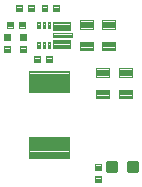
<source format=gtp>
G04 EAGLE Gerber RS-274X export*
G75*
%MOMM*%
%FSLAX34Y34*%
%LPD*%
%INSolderpaste Top*%
%IPPOS*%
%AMOC8*
5,1,8,0,0,1.08239X$1,22.5*%
G01*
%ADD10C,0.102000*%
%ADD11C,0.104000*%
%ADD12C,0.100000*%
%ADD13C,0.092500*%
%ADD14C,0.300000*%


D10*
X93823Y143460D02*
X98803Y143460D01*
X98803Y138480D01*
X93823Y138480D01*
X93823Y143460D01*
X93823Y139449D02*
X98803Y139449D01*
X98803Y140418D02*
X93823Y140418D01*
X93823Y141387D02*
X98803Y141387D01*
X98803Y142356D02*
X93823Y142356D01*
X93823Y143325D02*
X98803Y143325D01*
X88803Y143460D02*
X83823Y143460D01*
X88803Y143460D02*
X88803Y138480D01*
X83823Y138480D01*
X83823Y143460D01*
X83823Y139449D02*
X88803Y139449D01*
X88803Y140418D02*
X83823Y140418D01*
X83823Y141387D02*
X88803Y141387D01*
X88803Y142356D02*
X83823Y142356D01*
X83823Y143325D02*
X88803Y143325D01*
D11*
X122960Y143060D02*
X136920Y143060D01*
X136920Y136100D01*
X122960Y136100D01*
X122960Y143060D01*
X122960Y137088D02*
X136920Y137088D01*
X136920Y138076D02*
X122960Y138076D01*
X122960Y139064D02*
X136920Y139064D01*
X136920Y140052D02*
X122960Y140052D01*
X122960Y141040D02*
X136920Y141040D01*
X136920Y142028D02*
X122960Y142028D01*
X122960Y143016D02*
X136920Y143016D01*
X136920Y128060D02*
X122960Y128060D01*
X136920Y128060D02*
X136920Y121100D01*
X122960Y121100D01*
X122960Y128060D01*
X122960Y122088D02*
X136920Y122088D01*
X136920Y123076D02*
X122960Y123076D01*
X122960Y124064D02*
X136920Y124064D01*
X136920Y125052D02*
X122960Y125052D01*
X122960Y126040D02*
X136920Y126040D01*
X136920Y127028D02*
X122960Y127028D01*
X122960Y128016D02*
X136920Y128016D01*
D12*
X139240Y133580D02*
X122940Y133580D01*
X139240Y133580D02*
X139240Y130580D01*
X122940Y130580D01*
X122940Y133580D01*
X122940Y131530D02*
X139240Y131530D01*
X139240Y132480D02*
X122940Y132480D01*
X122940Y133430D02*
X139240Y133430D01*
D10*
X120430Y143070D02*
X118450Y143070D01*
X120430Y143070D02*
X120430Y138090D01*
X118450Y138090D01*
X118450Y143070D01*
X118450Y139059D02*
X120430Y139059D01*
X120430Y140028D02*
X118450Y140028D01*
X118450Y140997D02*
X120430Y140997D01*
X120430Y141966D02*
X118450Y141966D01*
X118450Y142935D02*
X120430Y142935D01*
X115930Y143070D02*
X113950Y143070D01*
X115930Y143070D02*
X115930Y138090D01*
X113950Y138090D01*
X113950Y143070D01*
X113950Y139059D02*
X115930Y139059D01*
X115930Y140028D02*
X113950Y140028D01*
X113950Y140997D02*
X115930Y140997D01*
X115930Y141966D02*
X113950Y141966D01*
X113950Y142935D02*
X115930Y142935D01*
X111430Y143070D02*
X109450Y143070D01*
X111430Y143070D02*
X111430Y138090D01*
X109450Y138090D01*
X109450Y143070D01*
X109450Y139059D02*
X111430Y139059D01*
X111430Y140028D02*
X109450Y140028D01*
X109450Y140997D02*
X111430Y140997D01*
X111430Y141966D02*
X109450Y141966D01*
X109450Y142935D02*
X111430Y142935D01*
X111430Y121090D02*
X109450Y121090D01*
X109450Y126070D01*
X111430Y126070D01*
X111430Y121090D01*
X111430Y122059D02*
X109450Y122059D01*
X109450Y123028D02*
X111430Y123028D01*
X111430Y123997D02*
X109450Y123997D01*
X109450Y124966D02*
X111430Y124966D01*
X111430Y125935D02*
X109450Y125935D01*
X113950Y121090D02*
X115930Y121090D01*
X113950Y121090D02*
X113950Y126070D01*
X115930Y126070D01*
X115930Y121090D01*
X115930Y122059D02*
X113950Y122059D01*
X113950Y123028D02*
X115930Y123028D01*
X115930Y123997D02*
X113950Y123997D01*
X113950Y124966D02*
X115930Y124966D01*
X115930Y125935D02*
X113950Y125935D01*
X118450Y121090D02*
X120430Y121090D01*
X118450Y121090D02*
X118450Y126070D01*
X120430Y126070D01*
X120430Y121090D01*
X120430Y122059D02*
X118450Y122059D01*
X118450Y123028D02*
X120430Y123028D01*
X120430Y123997D02*
X118450Y123997D01*
X118450Y124966D02*
X120430Y124966D01*
X120430Y125935D02*
X118450Y125935D01*
X95300Y127732D02*
X95300Y132712D01*
X100280Y132712D01*
X100280Y127732D01*
X95300Y127732D01*
X95300Y128701D02*
X100280Y128701D01*
X100280Y129670D02*
X95300Y129670D01*
X95300Y130639D02*
X100280Y130639D01*
X100280Y131608D02*
X95300Y131608D01*
X95300Y132577D02*
X100280Y132577D01*
X95300Y122712D02*
X95300Y117732D01*
X95300Y122712D02*
X100280Y122712D01*
X100280Y117732D01*
X95300Y117732D01*
X95300Y118701D02*
X100280Y118701D01*
X100280Y119670D02*
X95300Y119670D01*
X95300Y120639D02*
X100280Y120639D01*
X100280Y121608D02*
X95300Y121608D01*
X95300Y122577D02*
X100280Y122577D01*
X86310Y122712D02*
X86310Y117732D01*
X81330Y117732D01*
X81330Y122712D01*
X86310Y122712D01*
X86310Y118701D02*
X81330Y118701D01*
X81330Y119670D02*
X86310Y119670D01*
X86310Y120639D02*
X81330Y120639D01*
X81330Y121608D02*
X86310Y121608D01*
X86310Y122577D02*
X81330Y122577D01*
X86310Y127732D02*
X86310Y132712D01*
X86310Y127732D02*
X81330Y127732D01*
X81330Y132712D01*
X86310Y132712D01*
X86310Y128701D02*
X81330Y128701D01*
X81330Y129670D02*
X86310Y129670D01*
X86310Y130639D02*
X81330Y130639D01*
X81330Y131608D02*
X86310Y131608D01*
X86310Y132577D02*
X81330Y132577D01*
D13*
X102342Y101308D02*
X102342Y83732D01*
X102342Y101308D02*
X136418Y101308D01*
X136418Y83732D01*
X102342Y83732D01*
X102342Y84611D02*
X136418Y84611D01*
X136418Y85490D02*
X102342Y85490D01*
X102342Y86369D02*
X136418Y86369D01*
X136418Y87248D02*
X102342Y87248D01*
X102342Y88127D02*
X136418Y88127D01*
X136418Y89006D02*
X102342Y89006D01*
X102342Y89885D02*
X136418Y89885D01*
X136418Y90764D02*
X102342Y90764D01*
X102342Y91643D02*
X136418Y91643D01*
X136418Y92522D02*
X102342Y92522D01*
X102342Y93401D02*
X136418Y93401D01*
X136418Y94280D02*
X102342Y94280D01*
X102342Y95159D02*
X136418Y95159D01*
X136418Y96038D02*
X102342Y96038D01*
X102342Y96917D02*
X136418Y96917D01*
X136418Y97796D02*
X102342Y97796D01*
X102342Y98675D02*
X136418Y98675D01*
X136418Y99554D02*
X102342Y99554D01*
X102342Y100433D02*
X136418Y100433D01*
X102342Y45808D02*
X102342Y28232D01*
X102342Y45808D02*
X136418Y45808D01*
X136418Y28232D01*
X102342Y28232D01*
X102342Y29111D02*
X136418Y29111D01*
X136418Y29990D02*
X102342Y29990D01*
X102342Y30869D02*
X136418Y30869D01*
X136418Y31748D02*
X102342Y31748D01*
X102342Y32627D02*
X136418Y32627D01*
X136418Y33506D02*
X102342Y33506D01*
X102342Y34385D02*
X136418Y34385D01*
X136418Y35264D02*
X102342Y35264D01*
X102342Y36143D02*
X136418Y36143D01*
X136418Y37022D02*
X102342Y37022D01*
X102342Y37901D02*
X136418Y37901D01*
X136418Y38780D02*
X102342Y38780D01*
X102342Y39659D02*
X136418Y39659D01*
X136418Y40538D02*
X102342Y40538D01*
X102342Y41417D02*
X136418Y41417D01*
X136418Y42296D02*
X102342Y42296D01*
X102342Y43175D02*
X136418Y43175D01*
X136418Y44054D02*
X102342Y44054D01*
X102342Y44933D02*
X136418Y44933D01*
D10*
X111790Y109270D02*
X106810Y109270D01*
X106810Y114250D01*
X111790Y114250D01*
X111790Y109270D01*
X111790Y110239D02*
X106810Y110239D01*
X106810Y111208D02*
X111790Y111208D01*
X111790Y112177D02*
X106810Y112177D01*
X106810Y113146D02*
X111790Y113146D01*
X111790Y114115D02*
X106810Y114115D01*
X116810Y109270D02*
X121790Y109270D01*
X116810Y109270D02*
X116810Y114250D01*
X121790Y114250D01*
X121790Y109270D01*
X121790Y110239D02*
X116810Y110239D01*
X116810Y111208D02*
X121790Y111208D01*
X121790Y112177D02*
X116810Y112177D01*
X116810Y113146D02*
X121790Y113146D01*
X121790Y114115D02*
X116810Y114115D01*
X118140Y152450D02*
X113160Y152450D01*
X113160Y157430D01*
X118140Y157430D01*
X118140Y152450D01*
X118140Y153419D02*
X113160Y153419D01*
X113160Y154388D02*
X118140Y154388D01*
X118140Y155357D02*
X113160Y155357D01*
X113160Y156326D02*
X118140Y156326D01*
X118140Y157295D02*
X113160Y157295D01*
X123160Y152450D02*
X128140Y152450D01*
X123160Y152450D02*
X123160Y157430D01*
X128140Y157430D01*
X128140Y152450D01*
X128140Y153419D02*
X123160Y153419D01*
X123160Y154388D02*
X128140Y154388D01*
X128140Y155357D02*
X123160Y155357D01*
X123160Y156326D02*
X128140Y156326D01*
X128140Y157295D02*
X123160Y157295D01*
X96550Y152450D02*
X91570Y152450D01*
X91570Y157430D01*
X96550Y157430D01*
X96550Y152450D01*
X96550Y153419D02*
X91570Y153419D01*
X91570Y154388D02*
X96550Y154388D01*
X96550Y155357D02*
X91570Y155357D01*
X91570Y156326D02*
X96550Y156326D01*
X96550Y157295D02*
X91570Y157295D01*
X101570Y152450D02*
X106550Y152450D01*
X101570Y152450D02*
X101570Y157430D01*
X106550Y157430D01*
X106550Y152450D01*
X106550Y153419D02*
X101570Y153419D01*
X101570Y154388D02*
X106550Y154388D01*
X106550Y155357D02*
X101570Y155357D01*
X101570Y156326D02*
X106550Y156326D01*
X106550Y157295D02*
X101570Y157295D01*
D11*
X189630Y85920D02*
X189630Y78960D01*
X178670Y78960D01*
X178670Y85920D01*
X189630Y85920D01*
X189630Y79948D02*
X178670Y79948D01*
X178670Y80936D02*
X189630Y80936D01*
X189630Y81924D02*
X178670Y81924D01*
X178670Y82912D02*
X189630Y82912D01*
X189630Y83900D02*
X178670Y83900D01*
X178670Y84888D02*
X189630Y84888D01*
X189630Y85876D02*
X178670Y85876D01*
X189630Y96960D02*
X189630Y103920D01*
X189630Y96960D02*
X178670Y96960D01*
X178670Y103920D01*
X189630Y103920D01*
X189630Y97948D02*
X178670Y97948D01*
X178670Y98936D02*
X189630Y98936D01*
X189630Y99924D02*
X178670Y99924D01*
X178670Y100912D02*
X189630Y100912D01*
X189630Y101900D02*
X178670Y101900D01*
X178670Y102888D02*
X189630Y102888D01*
X189630Y103876D02*
X178670Y103876D01*
X170580Y85920D02*
X170580Y78960D01*
X159620Y78960D01*
X159620Y85920D01*
X170580Y85920D01*
X170580Y79948D02*
X159620Y79948D01*
X159620Y80936D02*
X170580Y80936D01*
X170580Y81924D02*
X159620Y81924D01*
X159620Y82912D02*
X170580Y82912D01*
X170580Y83900D02*
X159620Y83900D01*
X159620Y84888D02*
X170580Y84888D01*
X170580Y85876D02*
X159620Y85876D01*
X170580Y96960D02*
X170580Y103920D01*
X170580Y96960D02*
X159620Y96960D01*
X159620Y103920D01*
X170580Y103920D01*
X170580Y97948D02*
X159620Y97948D01*
X159620Y98936D02*
X170580Y98936D01*
X170580Y99924D02*
X159620Y99924D01*
X159620Y100912D02*
X170580Y100912D01*
X170580Y101900D02*
X159620Y101900D01*
X159620Y102888D02*
X170580Y102888D01*
X170580Y103876D02*
X159620Y103876D01*
X145650Y137600D02*
X145650Y144560D01*
X156610Y144560D01*
X156610Y137600D01*
X145650Y137600D01*
X145650Y138588D02*
X156610Y138588D01*
X156610Y139576D02*
X145650Y139576D01*
X145650Y140564D02*
X156610Y140564D01*
X156610Y141552D02*
X145650Y141552D01*
X145650Y142540D02*
X156610Y142540D01*
X156610Y143528D02*
X145650Y143528D01*
X145650Y144516D02*
X156610Y144516D01*
X145650Y126560D02*
X145650Y119600D01*
X145650Y126560D02*
X156610Y126560D01*
X156610Y119600D01*
X145650Y119600D01*
X145650Y120588D02*
X156610Y120588D01*
X156610Y121576D02*
X145650Y121576D01*
X145650Y122564D02*
X156610Y122564D01*
X156610Y123552D02*
X145650Y123552D01*
X145650Y124540D02*
X156610Y124540D01*
X156610Y125528D02*
X145650Y125528D01*
X145650Y126516D02*
X156610Y126516D01*
D14*
X186880Y23820D02*
X186880Y16820D01*
X186880Y23820D02*
X193880Y23820D01*
X193880Y16820D01*
X186880Y16820D01*
X186880Y19670D02*
X193880Y19670D01*
X193880Y22520D02*
X186880Y22520D01*
X169340Y23820D02*
X169340Y16820D01*
X169340Y23820D02*
X176340Y23820D01*
X176340Y16820D01*
X169340Y16820D01*
X169340Y19670D02*
X176340Y19670D01*
X176340Y22520D02*
X169340Y22520D01*
D10*
X158800Y22730D02*
X158800Y17750D01*
X158800Y22730D02*
X163780Y22730D01*
X163780Y17750D01*
X158800Y17750D01*
X158800Y18719D02*
X163780Y18719D01*
X163780Y19688D02*
X158800Y19688D01*
X158800Y20657D02*
X163780Y20657D01*
X163780Y21626D02*
X158800Y21626D01*
X158800Y22595D02*
X163780Y22595D01*
X158800Y12730D02*
X158800Y7750D01*
X158800Y12730D02*
X163780Y12730D01*
X163780Y7750D01*
X158800Y7750D01*
X158800Y8719D02*
X163780Y8719D01*
X163780Y9688D02*
X158800Y9688D01*
X158800Y10657D02*
X163780Y10657D01*
X163780Y11626D02*
X158800Y11626D01*
X158800Y12595D02*
X163780Y12595D01*
D11*
X164700Y137600D02*
X164700Y144560D01*
X175660Y144560D01*
X175660Y137600D01*
X164700Y137600D01*
X164700Y138588D02*
X175660Y138588D01*
X175660Y139576D02*
X164700Y139576D01*
X164700Y140564D02*
X175660Y140564D01*
X175660Y141552D02*
X164700Y141552D01*
X164700Y142540D02*
X175660Y142540D01*
X175660Y143528D02*
X164700Y143528D01*
X164700Y144516D02*
X175660Y144516D01*
X164700Y126560D02*
X164700Y119600D01*
X164700Y126560D02*
X175660Y126560D01*
X175660Y119600D01*
X164700Y119600D01*
X164700Y120588D02*
X175660Y120588D01*
X175660Y121576D02*
X164700Y121576D01*
X164700Y122564D02*
X175660Y122564D01*
X175660Y123552D02*
X164700Y123552D01*
X164700Y124540D02*
X175660Y124540D01*
X175660Y125528D02*
X164700Y125528D01*
X164700Y126516D02*
X175660Y126516D01*
M02*

</source>
